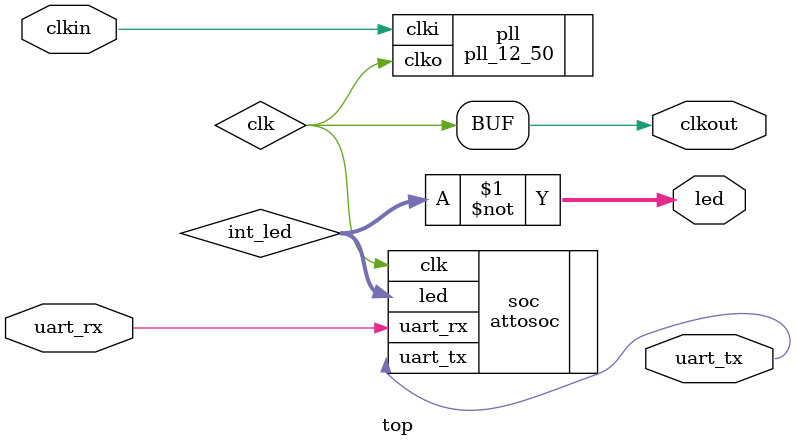
<source format=v>

module top(
    input clkin,
    output [7:0] led,
    output uart_tx,
    input uart_rx,
    output clkout
);

wire clk;
wire [7:0] int_led;

pll_12_50 pll(
    .clki(clkin),
    .clko(clk)
);

attosoc soc(
    .clk(clk),
    .led(int_led),
    .uart_tx(uart_tx),
    .uart_rx(uart_rx)
);

assign led = ~int_led;
assign clkout = clk;

endmodule

</source>
